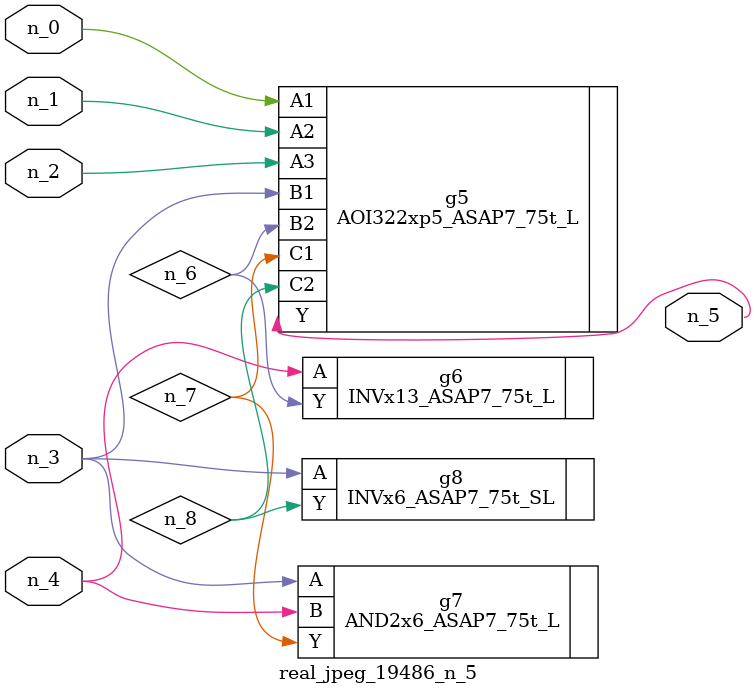
<source format=v>
module real_jpeg_19486_n_5 (n_4, n_0, n_1, n_2, n_3, n_5);

input n_4;
input n_0;
input n_1;
input n_2;
input n_3;

output n_5;

wire n_8;
wire n_6;
wire n_7;

AOI322xp5_ASAP7_75t_L g5 ( 
.A1(n_0),
.A2(n_1),
.A3(n_2),
.B1(n_3),
.B2(n_6),
.C1(n_7),
.C2(n_8),
.Y(n_5)
);

AND2x6_ASAP7_75t_L g7 ( 
.A(n_3),
.B(n_4),
.Y(n_7)
);

INVx6_ASAP7_75t_SL g8 ( 
.A(n_3),
.Y(n_8)
);

INVx13_ASAP7_75t_L g6 ( 
.A(n_4),
.Y(n_6)
);


endmodule
</source>
